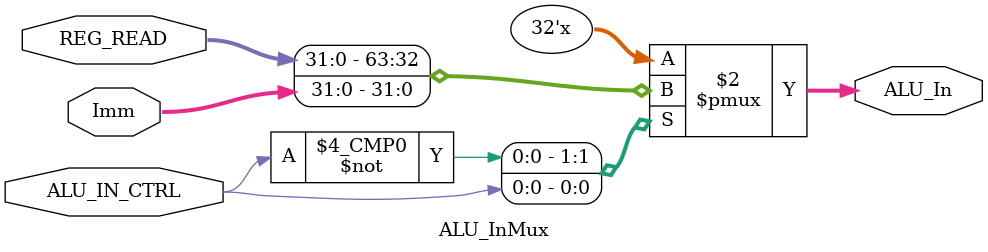
<source format=sv>
`timescale 1ns / 1ps


module ALU_InMux(
    input logic ALU_IN_CTRL,
    input logic [31:0] Imm,
    input logic [31:0] REG_READ,
    output logic [31:0] ALU_In
    );
    
    always_comb begin
        unique case(ALU_IN_CTRL)
            1'b0 : ALU_In = REG_READ;
            1'b1 : ALU_In = Imm;
        endcase
    end
endmodule

</source>
